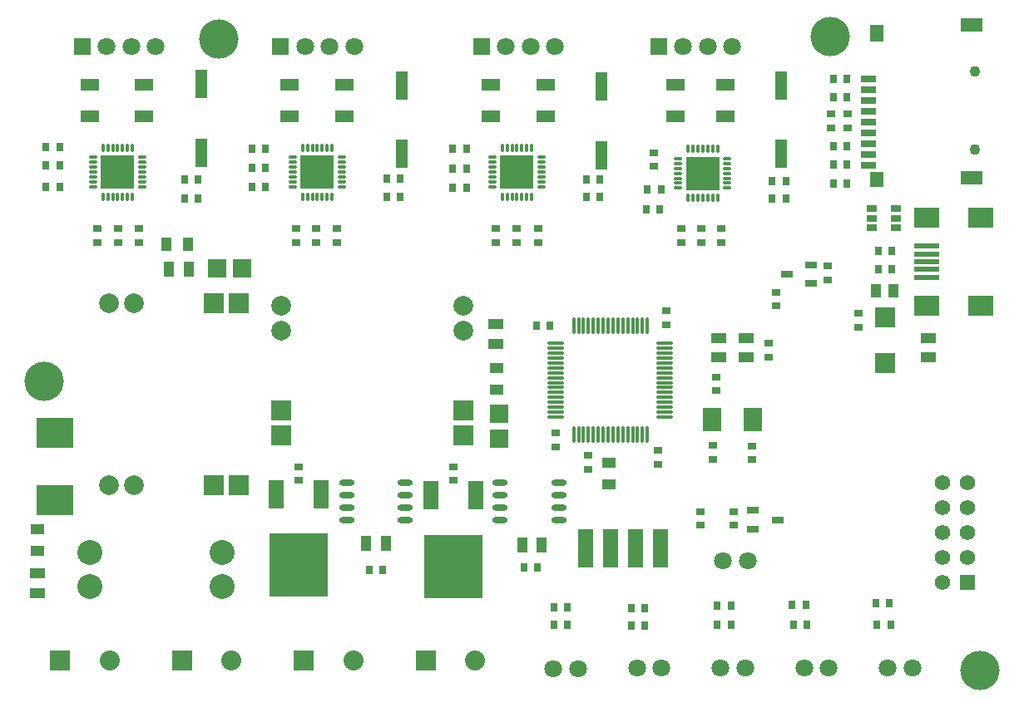
<source format=gts>
%TF.GenerationSoftware,KiCad,Pcbnew,5.1.7-a382d34a8~87~ubuntu20.04.1*%
%TF.CreationDate,2020-10-19T23:47:47+03:00*%
%TF.ProjectId,E3_Pcb,45335f50-6362-42e6-9b69-6361645f7063,rev?*%
%TF.SameCoordinates,Original*%
%TF.FileFunction,Soldermask,Top*%
%TF.FilePolarity,Negative*%
%FSLAX46Y46*%
G04 Gerber Fmt 4.6, Leading zero omitted, Abs format (unit mm)*
G04 Created by KiCad (PCBNEW 5.1.7-a382d34a8~87~ubuntu20.04.1) date 2020-10-19 23:47:47*
%MOMM*%
%LPD*%
G01*
G04 APERTURE LIST*
%ADD10R,0.900000X0.800000*%
%ADD11R,3.500000X3.500000*%
%ADD12O,0.280000X0.900000*%
%ADD13O,0.900000X0.280000*%
%ADD14R,0.800000X0.900000*%
%ADD15R,1.200000X2.900000*%
%ADD16R,1.800000X1.800000*%
%ADD17C,1.800000*%
%ADD18O,0.280000X1.800000*%
%ADD19O,1.800000X0.280000*%
%ADD20R,1.900000X2.400000*%
%ADD21R,1.550000X1.000000*%
%ADD22C,1.575000*%
%ADD23R,1.575000X1.575000*%
%ADD24R,1.600000X0.701000*%
%ADD25R,1.400000X1.600000*%
%ADD26R,2.200000X1.400000*%
%ADD27R,1.400000X1.801000*%
%ADD28C,1.100000*%
%ADD29R,1.000000X1.550000*%
%ADD30R,1.250000X0.700000*%
%ADD31R,1.016000X1.397000*%
%ADD32R,1.000000X0.700000*%
%ADD33R,1.930000X1.930000*%
%ADD34R,2.499000X0.500000*%
%ADD35R,2.499000X1.999000*%
%ADD36R,1.600000X3.000000*%
%ADD37R,6.000000X6.500000*%
%ADD38O,1.600000X0.600000*%
%ADD39C,2.000000*%
%ADD40R,2.000000X2.000000*%
%ADD41C,2.540000*%
%ADD42R,2.032000X2.032000*%
%ADD43C,2.032000*%
%ADD44R,1.900000X1.200000*%
%ADD45R,3.820000X3.030000*%
%ADD46R,1.500000X4.000000*%
%ADD47R,1.000000X1.400000*%
%ADD48R,1.400000X1.000000*%
%ADD49C,4.000000*%
G04 APERTURE END LIST*
D10*
%TO.C,C9*%
X135382000Y-50990000D03*
X135382000Y-52390000D03*
%TD*%
D11*
%TO.C,U3*%
X137541000Y-45212000D03*
D12*
X136040000Y-42712000D03*
X136540000Y-42712000D03*
X137041000Y-42712000D03*
X137541000Y-42712000D03*
X138041000Y-42712000D03*
X138542000Y-42712000D03*
X139042000Y-42712000D03*
D13*
X140041000Y-43711000D03*
X140041000Y-44211000D03*
X140041000Y-44711000D03*
X140041000Y-45212000D03*
X140041000Y-45712000D03*
X140041000Y-46213000D03*
X140041000Y-46713000D03*
D12*
X139042000Y-47712000D03*
X138542000Y-47712000D03*
X138041000Y-47712000D03*
X137541000Y-47712000D03*
X137041000Y-47712000D03*
X136540000Y-47712000D03*
X136040000Y-47712000D03*
D13*
X135041000Y-46713000D03*
X135041000Y-46213000D03*
X135041000Y-45712000D03*
X135041000Y-45212000D03*
X135041000Y-44711000D03*
X135041000Y-44211000D03*
X135041000Y-43711000D03*
%TD*%
D14*
%TO.C,R8*%
X130872000Y-42799000D03*
X132272000Y-42799000D03*
%TD*%
D10*
%TO.C,R9*%
X139573000Y-50989000D03*
X139573000Y-52389000D03*
%TD*%
%TO.C,R10*%
X137458000Y-52389000D03*
X137458000Y-50989000D03*
%TD*%
D14*
%TO.C,C11*%
X132273000Y-44739000D03*
X130873000Y-44739000D03*
%TD*%
%TO.C,C10*%
X132272000Y-46759000D03*
X130872000Y-46759000D03*
%TD*%
%TO.C,C12*%
X144588000Y-47752000D03*
X145988000Y-47752000D03*
%TD*%
%TO.C,C7*%
X144588000Y-45847000D03*
X145988000Y-45847000D03*
%TD*%
D15*
%TO.C,C8*%
X146172000Y-43378000D03*
X146182000Y-36378000D03*
%TD*%
D16*
%TO.C,CN2*%
X133791000Y-32385000D03*
D17*
X136293000Y-32385000D03*
X138792000Y-32385000D03*
X141291000Y-32385000D03*
%TD*%
D10*
%TO.C,C3*%
X115189000Y-50990000D03*
X115189000Y-52390000D03*
%TD*%
D14*
%TO.C,R3*%
X109917000Y-42672000D03*
X111317000Y-42672000D03*
%TD*%
D10*
%TO.C,R2*%
X119380000Y-50989000D03*
X119380000Y-52389000D03*
%TD*%
%TO.C,R1*%
X117265000Y-52389000D03*
X117265000Y-50989000D03*
%TD*%
D14*
%TO.C,C4*%
X111317000Y-46759000D03*
X109917000Y-46759000D03*
%TD*%
%TO.C,C6*%
X124014000Y-45974000D03*
X125414000Y-45974000D03*
%TD*%
D15*
%TO.C,C5*%
X125725000Y-43251000D03*
X125735000Y-36251000D03*
%TD*%
D18*
%TO.C,U2*%
X171136000Y-71971000D03*
X170636000Y-71971000D03*
X170136000Y-71971000D03*
X169636000Y-71971000D03*
X169136000Y-71971000D03*
X168636000Y-71971000D03*
X168136000Y-71971000D03*
X167636000Y-71971000D03*
X167136000Y-71971000D03*
X166636000Y-71971000D03*
X166136000Y-71971000D03*
X165636000Y-71971000D03*
X165136000Y-71971000D03*
X164636000Y-71971000D03*
X164136000Y-71971000D03*
X163636000Y-71971000D03*
D19*
X161836000Y-70171000D03*
X161836000Y-69671000D03*
X161836000Y-69171000D03*
X161836000Y-68671000D03*
X161836000Y-68171000D03*
X161836000Y-67671000D03*
X161836000Y-67171000D03*
X161836000Y-66671000D03*
X161836000Y-66171000D03*
X161836000Y-65671000D03*
X161836000Y-65171000D03*
X161836000Y-64671000D03*
X161836000Y-64171000D03*
X161836000Y-63671000D03*
X161836000Y-63171000D03*
X161836000Y-62671000D03*
D18*
X163636000Y-60871000D03*
X164136000Y-60871000D03*
X164636000Y-60871000D03*
X165136000Y-60871000D03*
X165636000Y-60871000D03*
X166136000Y-60871000D03*
X166636000Y-60871000D03*
X167136000Y-60871000D03*
X167636000Y-60871000D03*
X168136000Y-60871000D03*
X168636000Y-60871000D03*
X169136000Y-60871000D03*
X169636000Y-60871000D03*
X170136000Y-60871000D03*
X170636000Y-60871000D03*
X171136000Y-60871000D03*
D19*
X172936000Y-62671000D03*
X172936000Y-63171000D03*
X172936000Y-63671000D03*
X172936000Y-64171000D03*
X172936000Y-64671000D03*
X172936000Y-65171000D03*
X172936000Y-65671000D03*
X172936000Y-66171000D03*
X172936000Y-66671000D03*
X172936000Y-67171000D03*
X172936000Y-67671000D03*
X172936000Y-68171000D03*
X172936000Y-68671000D03*
X172936000Y-69171000D03*
X172936000Y-69671000D03*
X172936000Y-70171000D03*
%TD*%
D14*
%TO.C,C2*%
X111318000Y-44548000D03*
X109918000Y-44548000D03*
%TD*%
%TO.C,C1*%
X124014000Y-47879000D03*
X125414000Y-47879000D03*
%TD*%
D16*
%TO.C,CN1*%
X113598000Y-32385000D03*
D17*
X116100000Y-32385000D03*
X118599000Y-32385000D03*
X121098000Y-32385000D03*
%TD*%
D10*
%TO.C,C16*%
X155702000Y-50989000D03*
X155702000Y-52389000D03*
%TD*%
D11*
%TO.C,U4*%
X157861000Y-45212000D03*
D12*
X156360000Y-42712000D03*
X156860000Y-42712000D03*
X157361000Y-42712000D03*
X157861000Y-42712000D03*
X158361000Y-42712000D03*
X158862000Y-42712000D03*
X159362000Y-42712000D03*
D13*
X160361000Y-43711000D03*
X160361000Y-44211000D03*
X160361000Y-44711000D03*
X160361000Y-45212000D03*
X160361000Y-45712000D03*
X160361000Y-46213000D03*
X160361000Y-46713000D03*
D12*
X159362000Y-47712000D03*
X158862000Y-47712000D03*
X158361000Y-47712000D03*
X157861000Y-47712000D03*
X157361000Y-47712000D03*
X156860000Y-47712000D03*
X156360000Y-47712000D03*
D13*
X155361000Y-46713000D03*
X155361000Y-46213000D03*
X155361000Y-45712000D03*
X155361000Y-45212000D03*
X155361000Y-44711000D03*
X155361000Y-44211000D03*
X155361000Y-43711000D03*
%TD*%
D10*
%TO.C,R12*%
X160020000Y-50989000D03*
X160020000Y-52389000D03*
%TD*%
%TO.C,R11*%
X157861000Y-52389000D03*
X157861000Y-50989000D03*
%TD*%
D14*
%TO.C,R13*%
X151319000Y-42799000D03*
X152719000Y-42799000D03*
%TD*%
%TO.C,C14*%
X152719000Y-44831000D03*
X151319000Y-44831000D03*
%TD*%
%TO.C,C13*%
X164908000Y-47752000D03*
X166308000Y-47752000D03*
%TD*%
%TO.C,C18*%
X164908000Y-45974000D03*
X166308000Y-45974000D03*
%TD*%
%TO.C,C15*%
X152719000Y-46777000D03*
X151319000Y-46777000D03*
%TD*%
D15*
%TO.C,C17*%
X166492000Y-43505000D03*
X166502000Y-36505000D03*
%TD*%
D16*
%TO.C,CN3*%
X154238000Y-32385000D03*
D17*
X156740000Y-32385000D03*
X159239000Y-32385000D03*
X161738000Y-32385000D03*
%TD*%
D10*
%TO.C,C21*%
X174625000Y-50989000D03*
X174625000Y-52389000D03*
%TD*%
D11*
%TO.C,U5*%
X176784000Y-45339000D03*
D12*
X175283000Y-42839000D03*
X175783000Y-42839000D03*
X176284000Y-42839000D03*
X176784000Y-42839000D03*
X177284000Y-42839000D03*
X177785000Y-42839000D03*
X178285000Y-42839000D03*
D13*
X179284000Y-43838000D03*
X179284000Y-44338000D03*
X179284000Y-44839000D03*
X179284000Y-45339000D03*
X179284000Y-45839000D03*
X179284000Y-46340000D03*
X179284000Y-46840000D03*
D12*
X178285000Y-47839000D03*
X177785000Y-47839000D03*
X177284000Y-47839000D03*
X176784000Y-47839000D03*
X176284000Y-47839000D03*
X175783000Y-47839000D03*
X175283000Y-47839000D03*
D13*
X174284000Y-46840000D03*
X174284000Y-46340000D03*
X174284000Y-45839000D03*
X174284000Y-45339000D03*
X174284000Y-44839000D03*
X174284000Y-44338000D03*
X174284000Y-43838000D03*
%TD*%
D10*
%TO.C,R20*%
X176657000Y-52389000D03*
X176657000Y-50989000D03*
%TD*%
%TO.C,R19*%
X178689000Y-50989000D03*
X178689000Y-52389000D03*
%TD*%
%TO.C,R18*%
X171831000Y-43242000D03*
X171831000Y-44642000D03*
%TD*%
D14*
%TO.C,C23*%
X171131000Y-46990000D03*
X172531000Y-46990000D03*
%TD*%
%TO.C,C24*%
X183831000Y-47879000D03*
X185231000Y-47879000D03*
%TD*%
%TO.C,C19*%
X183831000Y-46101000D03*
X185231000Y-46101000D03*
%TD*%
%TO.C,C22*%
X172404000Y-49022000D03*
X171004000Y-49022000D03*
%TD*%
D15*
%TO.C,C20*%
X184780000Y-43378000D03*
X184790000Y-36378000D03*
%TD*%
D16*
%TO.C,CN4*%
X172272000Y-32385000D03*
D17*
X174774000Y-32385000D03*
X177273000Y-32385000D03*
X179772000Y-32385000D03*
%TD*%
D10*
%TO.C,R21*%
X178181000Y-66102000D03*
X178181000Y-67502000D03*
%TD*%
%TO.C,R22*%
X165100000Y-75503000D03*
X165100000Y-74103000D03*
%TD*%
%TO.C,C33*%
X189865000Y-39305000D03*
X189865000Y-40705000D03*
%TD*%
D20*
%TO.C,X1*%
X177745000Y-70395000D03*
X181845000Y-70395000D03*
%TD*%
D21*
%TO.C,C31*%
X181229000Y-64119000D03*
X181229000Y-62119000D03*
%TD*%
%TO.C,L1*%
X178435000Y-64119000D03*
X178435000Y-62119000D03*
%TD*%
D14*
%TO.C,R27*%
X190054000Y-46355000D03*
X191454000Y-46355000D03*
%TD*%
D10*
%TO.C,C34*%
X191516000Y-39305000D03*
X191516000Y-40705000D03*
%TD*%
%TO.C,C32*%
X183515000Y-62673000D03*
X183515000Y-64073000D03*
%TD*%
%TO.C,C25*%
X173101000Y-59371000D03*
X173101000Y-60771000D03*
%TD*%
%TO.C,C26*%
X172212000Y-73595000D03*
X172212000Y-74995000D03*
%TD*%
%TO.C,C27*%
X161798000Y-71817000D03*
X161798000Y-73217000D03*
%TD*%
D14*
%TO.C,C28*%
X161228000Y-60833000D03*
X159828000Y-60833000D03*
%TD*%
D22*
%TO.C,H2*%
X201168000Y-76835000D03*
X203708000Y-76835000D03*
X201168000Y-79375000D03*
X203708000Y-79375000D03*
X201168000Y-81915000D03*
X203708000Y-81915000D03*
X201168000Y-84455000D03*
X203708000Y-84455000D03*
X201168000Y-86995000D03*
D23*
X203708000Y-86995000D03*
%TD*%
D14*
%TO.C,R26*%
X190054000Y-44450000D03*
X191454000Y-44450000D03*
%TD*%
%TO.C,R23*%
X190054000Y-35687000D03*
X191454000Y-35687000D03*
%TD*%
%TO.C,R25*%
X190054000Y-42545000D03*
X191454000Y-42545000D03*
%TD*%
%TO.C,R24*%
X190054000Y-37592000D03*
X191454000Y-37592000D03*
%TD*%
D24*
%TO.C,CARD1*%
X193655000Y-35750000D03*
X193655000Y-36850000D03*
X193655000Y-37950000D03*
X193655000Y-39050000D03*
X193655000Y-40150000D03*
X193655000Y-41250000D03*
X193655000Y-42350000D03*
X193655000Y-43450000D03*
X193655000Y-44550000D03*
D25*
X194509000Y-46000000D03*
D26*
X204109000Y-45800000D03*
D27*
X194509000Y-31049000D03*
D26*
X204109000Y-30200000D03*
D28*
X204508000Y-42950000D03*
X204508000Y-34950000D03*
%TD*%
D10*
%TO.C,C29*%
X177800000Y-74487000D03*
X177800000Y-73087000D03*
%TD*%
%TO.C,C30*%
X181827000Y-74524000D03*
X181827000Y-73124000D03*
%TD*%
D11*
%TO.C,U1*%
X117221000Y-45212000D03*
D12*
X115720000Y-42712000D03*
X116220000Y-42712000D03*
X116720000Y-42712000D03*
X117221000Y-42712000D03*
X117721000Y-42712000D03*
X118222000Y-42712000D03*
X118722000Y-42712000D03*
D13*
X119721000Y-43711000D03*
X119721000Y-44211000D03*
X119721000Y-44711000D03*
X119721000Y-45212000D03*
X119721000Y-45712000D03*
X119721000Y-46212000D03*
X119721000Y-46713000D03*
D12*
X118722000Y-47712000D03*
X118222000Y-47712000D03*
X117721000Y-47712000D03*
X117221000Y-47712000D03*
X116720000Y-47712000D03*
X116220000Y-47712000D03*
X115720000Y-47712000D03*
D13*
X114721000Y-46713000D03*
X114721000Y-46212000D03*
X114721000Y-45712000D03*
X114721000Y-45212000D03*
X114721000Y-44711000D03*
X114721000Y-44211000D03*
X114721000Y-43711000D03*
%TD*%
D29*
%TO.C,R28*%
X124444000Y-55118000D03*
X122444000Y-55118000D03*
%TD*%
D14*
%TO.C,C38*%
X194499000Y-91313000D03*
X195899000Y-91313000D03*
%TD*%
%TO.C,C39*%
X185990000Y-91313000D03*
X187390000Y-91313000D03*
%TD*%
D30*
%TO.C,Q4*%
X184384000Y-80645000D03*
X181884000Y-81595000D03*
X181884000Y-79695000D03*
%TD*%
D10*
%TO.C,R37*%
X151384000Y-76646000D03*
X151384000Y-75246000D03*
%TD*%
%TO.C,R42*%
X179959000Y-79818000D03*
X179959000Y-81218000D03*
%TD*%
%TO.C,R36*%
X135636000Y-76646000D03*
X135636000Y-75246000D03*
%TD*%
D29*
%TO.C,C43*%
X158385000Y-83185000D03*
X160385000Y-83185000D03*
%TD*%
%TO.C,C41*%
X142510000Y-83058000D03*
X144510000Y-83058000D03*
%TD*%
D31*
%TO.C,FB1*%
X196215000Y-57277000D03*
X194437000Y-57277000D03*
%TD*%
D21*
%TO.C,C45*%
X199771000Y-62119000D03*
X199771000Y-64119000D03*
%TD*%
D10*
%TO.C,R40*%
X184277000Y-58866000D03*
X184277000Y-57466000D03*
%TD*%
%TO.C,R41*%
X189484000Y-54799000D03*
X189484000Y-56199000D03*
%TD*%
D32*
%TO.C,D2*%
X196399000Y-50851000D03*
X196399000Y-49911000D03*
X196399000Y-48971000D03*
X193999000Y-48971000D03*
X193999000Y-49911000D03*
X193999000Y-50851000D03*
%TD*%
D33*
%TO.C,JP2*%
X156083000Y-72390000D03*
X156083000Y-69850000D03*
%TD*%
%TO.C,JP1*%
X127381000Y-54991000D03*
X129921000Y-54991000D03*
%TD*%
D14*
%TO.C,C42*%
X158558000Y-85471000D03*
X159958000Y-85471000D03*
%TD*%
%TO.C,C40*%
X142810000Y-85725000D03*
X144210000Y-85725000D03*
%TD*%
D10*
%TO.C,C44*%
X192659000Y-59625000D03*
X192659000Y-61025000D03*
%TD*%
D14*
%TO.C,C37*%
X178243000Y-91313000D03*
X179643000Y-91313000D03*
%TD*%
%TO.C,C36*%
X169480000Y-91440000D03*
X170880000Y-91440000D03*
%TD*%
%TO.C,C35*%
X161606000Y-91313000D03*
X163006000Y-91313000D03*
%TD*%
D21*
%TO.C,R29*%
X155702000Y-62722000D03*
X155702000Y-60722000D03*
%TD*%
D34*
%TO.C,JP3*%
X199568000Y-54356000D03*
X199568000Y-55143000D03*
X199568000Y-52756000D03*
X199568000Y-53569000D03*
D35*
X205054000Y-49860000D03*
X205054000Y-58852000D03*
X199568000Y-49860000D03*
X199568000Y-58852000D03*
D34*
X199568000Y-55956000D03*
%TD*%
D36*
%TO.C,Q2*%
X149099000Y-78177000D03*
X153669000Y-78171000D03*
D37*
X151384000Y-85405000D03*
%TD*%
D36*
%TO.C,Q1*%
X133351000Y-78050000D03*
X137921000Y-78044000D03*
D37*
X135636000Y-85278000D03*
%TD*%
D30*
%TO.C,Q3*%
X185313000Y-55626000D03*
X187813000Y-54676000D03*
X187813000Y-56576000D03*
%TD*%
D21*
%TO.C,R30*%
X109093000Y-88122000D03*
X109093000Y-86122000D03*
%TD*%
D14*
%TO.C,R32*%
X169480000Y-89662000D03*
X170880000Y-89662000D03*
%TD*%
%TO.C,R31*%
X161606000Y-89535000D03*
X163006000Y-89535000D03*
%TD*%
%TO.C,R33*%
X178243000Y-89408000D03*
X179643000Y-89408000D03*
%TD*%
D17*
%TO.C,CN5*%
X161563000Y-95822000D03*
X164065000Y-95822000D03*
%TD*%
%TO.C,CN7*%
X178581000Y-95758000D03*
X181083000Y-95758000D03*
%TD*%
%TO.C,CN6*%
X170072000Y-95758000D03*
X172574000Y-95758000D03*
%TD*%
D14*
%TO.C,R38*%
X194626000Y-53213000D03*
X196026000Y-53213000D03*
%TD*%
%TO.C,R39*%
X194626000Y-55118000D03*
X196026000Y-55118000D03*
%TD*%
D38*
%TO.C,U9*%
X156131000Y-76835000D03*
X156131000Y-78105000D03*
X156131000Y-79375000D03*
X156131000Y-80645000D03*
X162131000Y-76835000D03*
X162131000Y-78105000D03*
X162131000Y-79375000D03*
X162131000Y-80645000D03*
%TD*%
%TO.C,U8*%
X140510000Y-76835000D03*
X140510000Y-78105000D03*
X140510000Y-79375000D03*
X140510000Y-80645000D03*
X146510000Y-76835000D03*
X146510000Y-78105000D03*
X146510000Y-79375000D03*
X146510000Y-80645000D03*
%TD*%
D10*
%TO.C,R43*%
X176530000Y-79818000D03*
X176530000Y-81218000D03*
%TD*%
D39*
%TO.C,U6*%
X116332000Y-58547000D03*
D40*
X129540000Y-58547000D03*
D39*
X118872000Y-58547000D03*
D40*
X127000000Y-58547000D03*
D39*
X116332000Y-77089000D03*
X118872000Y-77089000D03*
D40*
X127000000Y-77089000D03*
X129540000Y-77089000D03*
%TD*%
D39*
%TO.C,U7*%
X152400000Y-58801000D03*
D40*
X152400000Y-72009000D03*
D39*
X152400000Y-61341000D03*
D40*
X152400000Y-69469000D03*
D39*
X133858000Y-58801000D03*
X133858000Y-61341000D03*
D40*
X133858000Y-69469000D03*
X133858000Y-72009000D03*
%TD*%
D41*
%TO.C,F1*%
X114427000Y-84023000D03*
X114427000Y-87427000D03*
X127889000Y-84023000D03*
X127889000Y-87427000D03*
%TD*%
D17*
%TO.C,CN10*%
X181337000Y-84836000D03*
X178835000Y-84836000D03*
%TD*%
D42*
%TO.C,P3*%
X148590000Y-94996000D03*
D43*
X153594000Y-94996000D03*
%TD*%
D42*
%TO.C,P2*%
X136186000Y-94996000D03*
D43*
X141190000Y-94996000D03*
%TD*%
D42*
%TO.C,P4*%
X123783000Y-94996000D03*
D43*
X128787000Y-94996000D03*
%TD*%
D42*
%TO.C,P1*%
X111379000Y-94996000D03*
D43*
X116383000Y-94996000D03*
%TD*%
D17*
%TO.C,CN9*%
X195600000Y-95758000D03*
X198102000Y-95758000D03*
%TD*%
%TO.C,CN8*%
X187091000Y-95758000D03*
X189593000Y-95758000D03*
%TD*%
D44*
%TO.C,R6*%
X134747000Y-36310000D03*
X134747000Y-39510000D03*
%TD*%
%TO.C,R4*%
X119888000Y-36310000D03*
X119888000Y-39510000D03*
%TD*%
%TO.C,R14*%
X160782000Y-36310000D03*
X160782000Y-39510000D03*
%TD*%
%TO.C,R15*%
X155194000Y-36310000D03*
X155194000Y-39510000D03*
%TD*%
%TO.C,R7*%
X140335000Y-36310000D03*
X140335000Y-39510000D03*
%TD*%
%TO.C,R5*%
X114427000Y-36310000D03*
X114427000Y-39510000D03*
%TD*%
%TO.C,R17*%
X179070000Y-36310000D03*
X179070000Y-39510000D03*
%TD*%
%TO.C,R16*%
X173990000Y-36310000D03*
X173990000Y-39510000D03*
%TD*%
D45*
%TO.C,D3*%
X110871000Y-78619000D03*
X110871000Y-71749000D03*
%TD*%
D40*
%TO.C,D1*%
X195326000Y-60057000D03*
X195326000Y-64657000D03*
%TD*%
D14*
%TO.C,R35*%
X187263000Y-89281000D03*
X185863000Y-89281000D03*
%TD*%
%TO.C,R34*%
X195772000Y-89154000D03*
X194372000Y-89154000D03*
%TD*%
D46*
%TO.C,U10*%
X172466000Y-83566000D03*
X169926000Y-83566000D03*
X167386000Y-83566000D03*
X164846000Y-83566000D03*
%TD*%
D47*
%TO.C,LED2*%
X124418000Y-52578000D03*
X122218000Y-52578000D03*
%TD*%
D48*
%TO.C,LED3*%
X155830000Y-67394000D03*
X155830000Y-65194000D03*
%TD*%
%TO.C,LED4*%
X109094000Y-81577000D03*
X109094000Y-83777000D03*
%TD*%
%TO.C,LED1*%
X167260000Y-74846000D03*
X167260000Y-77046000D03*
%TD*%
D49*
%TO.C,*%
X204978000Y-96012000D03*
%TD*%
%TO.C,*%
X189738000Y-31369000D03*
%TD*%
%TO.C,*%
X109728000Y-66548000D03*
%TD*%
%TO.C,*%
X127508000Y-31623000D03*
%TD*%
M02*

</source>
